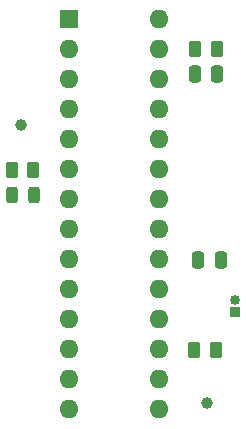
<source format=gbr>
%TF.GenerationSoftware,KiCad,Pcbnew,(6.0.1)*%
%TF.CreationDate,2022-07-04T15:39:42-03:00*%
%TF.ProjectId,pcb_for_testing,7063625f-666f-4725-9f74-657374696e67,rev?*%
%TF.SameCoordinates,Original*%
%TF.FileFunction,Soldermask,Top*%
%TF.FilePolarity,Negative*%
%FSLAX46Y46*%
G04 Gerber Fmt 4.6, Leading zero omitted, Abs format (unit mm)*
G04 Created by KiCad (PCBNEW (6.0.1)) date 2022-07-04 15:39:42*
%MOMM*%
%LPD*%
G01*
G04 APERTURE LIST*
G04 Aperture macros list*
%AMRoundRect*
0 Rectangle with rounded corners*
0 $1 Rounding radius*
0 $2 $3 $4 $5 $6 $7 $8 $9 X,Y pos of 4 corners*
0 Add a 4 corners polygon primitive as box body*
4,1,4,$2,$3,$4,$5,$6,$7,$8,$9,$2,$3,0*
0 Add four circle primitives for the rounded corners*
1,1,$1+$1,$2,$3*
1,1,$1+$1,$4,$5*
1,1,$1+$1,$6,$7*
1,1,$1+$1,$8,$9*
0 Add four rect primitives between the rounded corners*
20,1,$1+$1,$2,$3,$4,$5,0*
20,1,$1+$1,$4,$5,$6,$7,0*
20,1,$1+$1,$6,$7,$8,$9,0*
20,1,$1+$1,$8,$9,$2,$3,0*%
G04 Aperture macros list end*
%ADD10R,1.600000X1.600000*%
%ADD11O,1.600000X1.600000*%
%ADD12C,1.000000*%
%ADD13RoundRect,0.250000X0.262500X0.450000X-0.262500X0.450000X-0.262500X-0.450000X0.262500X-0.450000X0*%
%ADD14RoundRect,0.250000X-0.262500X-0.450000X0.262500X-0.450000X0.262500X0.450000X-0.262500X0.450000X0*%
%ADD15R,0.850000X0.850000*%
%ADD16O,0.850000X0.850000*%
%ADD17RoundRect,0.243750X0.243750X0.456250X-0.243750X0.456250X-0.243750X-0.456250X0.243750X-0.456250X0*%
%ADD18RoundRect,0.250000X0.250000X0.475000X-0.250000X0.475000X-0.250000X-0.475000X0.250000X-0.475000X0*%
G04 APERTURE END LIST*
D10*
%TO.C,U1*%
X124460000Y-64060000D03*
D11*
X124460000Y-66600000D03*
X124460000Y-69140000D03*
X124460000Y-71680000D03*
X124460000Y-74220000D03*
X124460000Y-76760000D03*
X124460000Y-79300000D03*
X124460000Y-81840000D03*
X124460000Y-84380000D03*
X124460000Y-86920000D03*
X124460000Y-89460000D03*
X124460000Y-92000000D03*
X124460000Y-94540000D03*
X124460000Y-97080000D03*
X132080000Y-97080000D03*
X132080000Y-94540000D03*
X132080000Y-92000000D03*
X132080000Y-89460000D03*
X132080000Y-86920000D03*
X132080000Y-84380000D03*
X132080000Y-81840000D03*
X132080000Y-79300000D03*
X132080000Y-76760000D03*
X132080000Y-74220000D03*
X132080000Y-71680000D03*
X132080000Y-69140000D03*
X132080000Y-66600000D03*
X132080000Y-64060000D03*
%TD*%
D12*
%TO.C,TP2*%
X136110000Y-96530000D03*
%TD*%
%TO.C,TP1*%
X120320000Y-73020000D03*
%TD*%
D13*
%TO.C,R3*%
X119587500Y-76800000D03*
X121412500Y-76800000D03*
%TD*%
D14*
%TO.C,R2*%
X135087500Y-66610000D03*
X136912500Y-66610000D03*
%TD*%
%TO.C,R1*%
X135030000Y-92030000D03*
X136855000Y-92030000D03*
%TD*%
D15*
%TO.C,J1*%
X138470000Y-88850000D03*
D16*
X138470000Y-87850000D03*
%TD*%
D17*
%TO.C,D1*%
X121447500Y-78900000D03*
X119572500Y-78900000D03*
%TD*%
D18*
%TO.C,C2*%
X136950000Y-68670000D03*
X135050000Y-68670000D03*
%TD*%
%TO.C,C1*%
X137260000Y-84420000D03*
X135360000Y-84420000D03*
%TD*%
M02*

</source>
